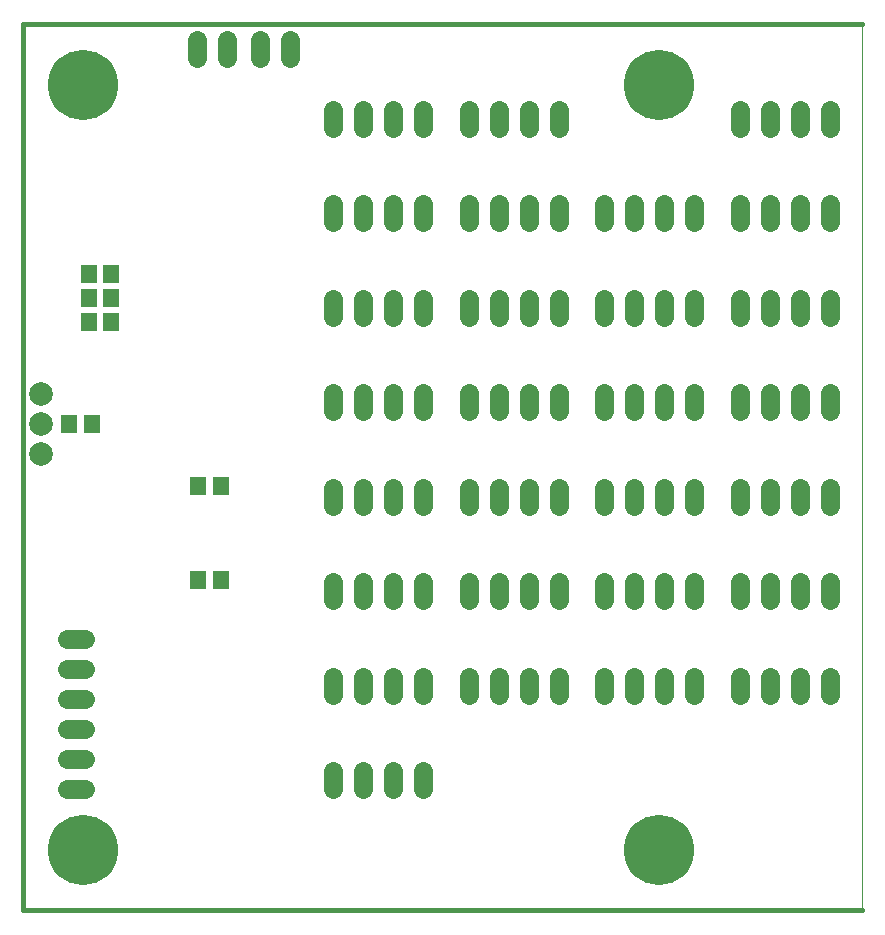
<source format=gbs>
G75*
%MOIN*%
%OFA0B0*%
%FSLAX25Y25*%
%IPPOS*%
%LPD*%
%AMOC8*
5,1,8,0,0,1.08239X$1,22.5*
%
%ADD10C,0.01600*%
%ADD11C,0.00100*%
%ADD12R,0.05518X0.06306*%
%ADD13C,0.06400*%
%ADD14C,0.07900*%
%ADD15C,0.23400*%
D10*
X0027500Y0001800D02*
X0027500Y0297076D01*
X0307028Y0297076D01*
X0307028Y0001800D02*
X0027500Y0001800D01*
D11*
X0307028Y0001800D02*
X0307028Y0297076D01*
D12*
X0093240Y0143300D03*
X0085760Y0143300D03*
X0085760Y0111800D03*
X0093240Y0111800D03*
X0050240Y0163800D03*
X0042760Y0163800D03*
X0049260Y0197800D03*
X0056740Y0197800D03*
X0056740Y0205800D03*
X0049260Y0205800D03*
X0049260Y0213800D03*
X0056740Y0213800D03*
D13*
X0130610Y0205587D02*
X0130610Y0199587D01*
X0140610Y0199587D02*
X0140610Y0205587D01*
X0150610Y0205587D02*
X0150610Y0199587D01*
X0160610Y0199587D02*
X0160610Y0205587D01*
X0175886Y0205587D02*
X0175886Y0199587D01*
X0185886Y0199587D02*
X0185886Y0205587D01*
X0195886Y0205587D02*
X0195886Y0199587D01*
X0205886Y0199587D02*
X0205886Y0205587D01*
X0221161Y0205587D02*
X0221161Y0199587D01*
X0231161Y0199587D02*
X0231161Y0205587D01*
X0241161Y0205587D02*
X0241161Y0199587D01*
X0251161Y0199587D02*
X0251161Y0205587D01*
X0266437Y0205587D02*
X0266437Y0199587D01*
X0276437Y0199587D02*
X0276437Y0205587D01*
X0286437Y0205587D02*
X0286437Y0199587D01*
X0296437Y0199587D02*
X0296437Y0205587D01*
X0296437Y0231083D02*
X0296437Y0237083D01*
X0286437Y0237083D02*
X0286437Y0231083D01*
X0276437Y0231083D02*
X0276437Y0237083D01*
X0266437Y0237083D02*
X0266437Y0231083D01*
X0251161Y0231083D02*
X0251161Y0237083D01*
X0241161Y0237083D02*
X0241161Y0231083D01*
X0231161Y0231083D02*
X0231161Y0237083D01*
X0221161Y0237083D02*
X0221161Y0231083D01*
X0205886Y0231083D02*
X0205886Y0237083D01*
X0195886Y0237083D02*
X0195886Y0231083D01*
X0185886Y0231083D02*
X0185886Y0237083D01*
X0175886Y0237083D02*
X0175886Y0231083D01*
X0160610Y0231083D02*
X0160610Y0237083D01*
X0150610Y0237083D02*
X0150610Y0231083D01*
X0140610Y0231083D02*
X0140610Y0237083D01*
X0130610Y0237083D02*
X0130610Y0231083D01*
X0130610Y0262580D02*
X0130610Y0268580D01*
X0140610Y0268580D02*
X0140610Y0262580D01*
X0150610Y0262580D02*
X0150610Y0268580D01*
X0160610Y0268580D02*
X0160610Y0262580D01*
X0175886Y0262580D02*
X0175886Y0268580D01*
X0185886Y0268580D02*
X0185886Y0262580D01*
X0195886Y0262580D02*
X0195886Y0268580D01*
X0205886Y0268580D02*
X0205886Y0262580D01*
X0266437Y0262580D02*
X0266437Y0268580D01*
X0276437Y0268580D02*
X0276437Y0262580D01*
X0286437Y0262580D02*
X0286437Y0268580D01*
X0296437Y0268580D02*
X0296437Y0262580D01*
X0296437Y0174091D02*
X0296437Y0168091D01*
X0286437Y0168091D02*
X0286437Y0174091D01*
X0276437Y0174091D02*
X0276437Y0168091D01*
X0266437Y0168091D02*
X0266437Y0174091D01*
X0251161Y0174091D02*
X0251161Y0168091D01*
X0241161Y0168091D02*
X0241161Y0174091D01*
X0231161Y0174091D02*
X0231161Y0168091D01*
X0221161Y0168091D02*
X0221161Y0174091D01*
X0205886Y0174091D02*
X0205886Y0168091D01*
X0195886Y0168091D02*
X0195886Y0174091D01*
X0185886Y0174091D02*
X0185886Y0168091D01*
X0175886Y0168091D02*
X0175886Y0174091D01*
X0160610Y0174091D02*
X0160610Y0168091D01*
X0150610Y0168091D02*
X0150610Y0174091D01*
X0140610Y0174091D02*
X0140610Y0168091D01*
X0130610Y0168091D02*
X0130610Y0174091D01*
X0130610Y0142595D02*
X0130610Y0136595D01*
X0140610Y0136595D02*
X0140610Y0142595D01*
X0150610Y0142595D02*
X0150610Y0136595D01*
X0160610Y0136595D02*
X0160610Y0142595D01*
X0175886Y0142595D02*
X0175886Y0136595D01*
X0185886Y0136595D02*
X0185886Y0142595D01*
X0195886Y0142595D02*
X0195886Y0136595D01*
X0205886Y0136595D02*
X0205886Y0142595D01*
X0221161Y0142595D02*
X0221161Y0136595D01*
X0231161Y0136595D02*
X0231161Y0142595D01*
X0241161Y0142595D02*
X0241161Y0136595D01*
X0251161Y0136595D02*
X0251161Y0142595D01*
X0266437Y0142595D02*
X0266437Y0136595D01*
X0276437Y0136595D02*
X0276437Y0142595D01*
X0286437Y0142595D02*
X0286437Y0136595D01*
X0296437Y0136595D02*
X0296437Y0142595D01*
X0296437Y0111099D02*
X0296437Y0105099D01*
X0286437Y0105099D02*
X0286437Y0111099D01*
X0276437Y0111099D02*
X0276437Y0105099D01*
X0266437Y0105099D02*
X0266437Y0111099D01*
X0251161Y0111099D02*
X0251161Y0105099D01*
X0241161Y0105099D02*
X0241161Y0111099D01*
X0231161Y0111099D02*
X0231161Y0105099D01*
X0221161Y0105099D02*
X0221161Y0111099D01*
X0205886Y0111099D02*
X0205886Y0105099D01*
X0195886Y0105099D02*
X0195886Y0111099D01*
X0185886Y0111099D02*
X0185886Y0105099D01*
X0175886Y0105099D02*
X0175886Y0111099D01*
X0160610Y0111099D02*
X0160610Y0105099D01*
X0150610Y0105099D02*
X0150610Y0111099D01*
X0140610Y0111099D02*
X0140610Y0105099D01*
X0130610Y0105099D02*
X0130610Y0111099D01*
X0130610Y0079603D02*
X0130610Y0073603D01*
X0140610Y0073603D02*
X0140610Y0079603D01*
X0150610Y0079603D02*
X0150610Y0073603D01*
X0160610Y0073603D02*
X0160610Y0079603D01*
X0175886Y0079603D02*
X0175886Y0073603D01*
X0185886Y0073603D02*
X0185886Y0079603D01*
X0195886Y0079603D02*
X0195886Y0073603D01*
X0205886Y0073603D02*
X0205886Y0079603D01*
X0221161Y0079603D02*
X0221161Y0073603D01*
X0231161Y0073603D02*
X0231161Y0079603D01*
X0241161Y0079603D02*
X0241161Y0073603D01*
X0251161Y0073603D02*
X0251161Y0079603D01*
X0266437Y0079603D02*
X0266437Y0073603D01*
X0276437Y0073603D02*
X0276437Y0079603D01*
X0286437Y0079603D02*
X0286437Y0073603D01*
X0296437Y0073603D02*
X0296437Y0079603D01*
X0160610Y0048111D02*
X0160610Y0042111D01*
X0150610Y0042111D02*
X0150610Y0048111D01*
X0140610Y0048111D02*
X0140610Y0042111D01*
X0130610Y0042111D02*
X0130610Y0048111D01*
X0048000Y0052300D02*
X0042000Y0052300D01*
X0042000Y0042300D02*
X0048000Y0042300D01*
X0048000Y0062300D02*
X0042000Y0062300D01*
X0042000Y0072300D02*
X0048000Y0072300D01*
X0048000Y0082300D02*
X0042000Y0082300D01*
X0042000Y0092300D02*
X0048000Y0092300D01*
X0085500Y0285800D02*
X0085500Y0291800D01*
X0095500Y0291800D02*
X0095500Y0285800D01*
X0106500Y0285800D02*
X0106500Y0291800D01*
X0116500Y0291800D02*
X0116500Y0285800D01*
D14*
X0033500Y0173800D03*
X0033500Y0163800D03*
X0033500Y0153800D03*
D15*
X0047500Y0276800D03*
X0239500Y0276800D03*
X0239500Y0021800D03*
X0047500Y0021800D03*
M02*

</source>
